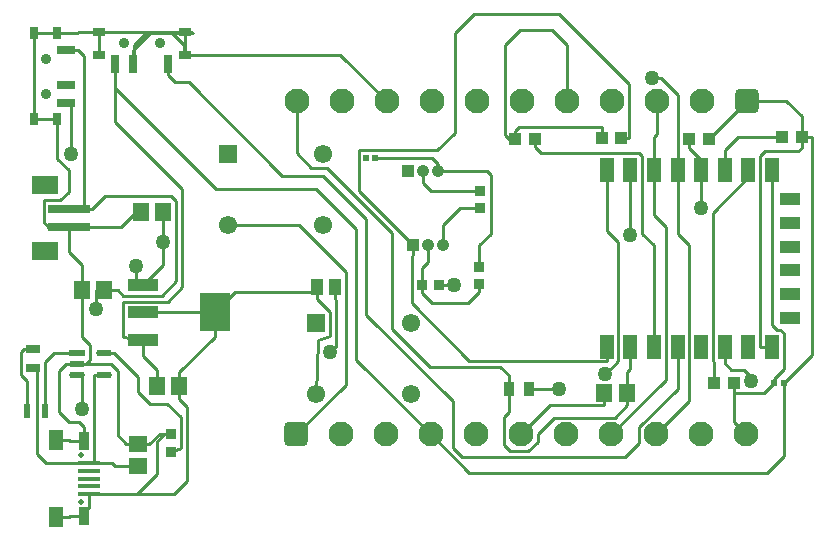
<source format=gbr>
G04*
G04 #@! TF.GenerationSoftware,Altium Limited,Altium Designer,24.1.2 (44)*
G04*
G04 Layer_Physical_Order=1*
G04 Layer_Color=255*
%FSLAX44Y44*%
%MOMM*%
G71*
G04*
G04 #@! TF.SameCoordinates,5DE7BCAC-930E-4ACC-850D-064FDCF0EFED*
G04*
G04*
G04 #@! TF.FilePolarity,Positive*
G04*
G01*
G75*
%ADD13C,0.2540*%
%ADD14R,0.7000X1.5000*%
%ADD15R,1.0000X0.8000*%
%ADD16R,1.5000X0.7000*%
%ADD17R,0.8000X1.0000*%
%ADD18R,3.6000X0.7000*%
%ADD19R,2.3000X1.5000*%
%ADD20R,1.4546X1.5562*%
%ADD21R,2.5000X3.3000*%
%ADD22R,2.5000X1.0000*%
%ADD23R,1.2500X0.8000*%
G04:AMPARAMS|DCode=24|XSize=1.3383mm|YSize=0.578mm|CornerRadius=0.289mm|HoleSize=0mm|Usage=FLASHONLY|Rotation=0.000|XOffset=0mm|YOffset=0mm|HoleType=Round|Shape=RoundedRectangle|*
%AMROUNDEDRECTD24*
21,1,1.3383,0.0000,0,0,0.0*
21,1,0.7603,0.5780,0,0,0.0*
1,1,0.5780,0.3802,0.0000*
1,1,0.5780,-0.3802,0.0000*
1,1,0.5780,-0.3802,0.0000*
1,1,0.5780,0.3802,0.0000*
%
%ADD24ROUNDEDRECTD24*%
%ADD25R,1.3383X0.5780*%
%ADD26R,0.5700X1.2000*%
%ADD27R,1.5562X1.4546*%
%ADD28R,0.9121X0.8587*%
%ADD29R,1.3000X1.6900*%
%ADD30R,0.9000X1.6250*%
%ADD31R,1.8500X0.4000*%
%ADD32R,1.3500X1.5500*%
%ADD33R,0.8065X1.3082*%
%ADD34R,1.0500X1.3500*%
%ADD35R,0.5200X0.5200*%
%ADD36R,1.1350X1.0621*%
%ADD37R,0.9621X0.9350*%
%ADD38R,0.9350X0.9621*%
%ADD39R,1.2000X2.0000*%
%ADD40R,1.7000X1.1000*%
%ADD41R,0.4682X0.4725*%
%ADD55C,0.9000*%
%ADD59R,1.5500X1.5500*%
%ADD60C,1.5500*%
%ADD64C,0.5000*%
%ADD65C,2.1000*%
G04:AMPARAMS|DCode=66|XSize=2.1mm|YSize=2.1mm|CornerRadius=0.525mm|HoleSize=0mm|Usage=FLASHONLY|Rotation=180.000|XOffset=0mm|YOffset=0mm|HoleType=Round|Shape=RoundedRectangle|*
%AMROUNDEDRECTD66*
21,1,2.1000,1.0500,0,0,180.0*
21,1,1.0500,2.1000,0,0,180.0*
1,1,1.0500,-0.5250,0.5250*
1,1,1.0500,0.5250,0.5250*
1,1,1.0500,0.5250,-0.5250*
1,1,1.0500,-0.5250,-0.5250*
%
%ADD66ROUNDEDRECTD66*%
%ADD67R,1.0500X1.0500*%
%ADD68C,1.0500*%
%ADD69C,1.2700*%
D13*
X147485Y424434D02*
Y425616D01*
Y406316D02*
Y424434D01*
X146558Y406316D02*
Y414020D01*
X147485Y424434D02*
X153924D01*
X136144D02*
X147485D01*
X117602D02*
X136144D01*
X114808D02*
X117602D01*
X190012Y205232D02*
X259200D01*
Y209550D01*
Y199524D02*
Y205232D01*
X611938Y119557D02*
Y128270D01*
Y95046D02*
Y119557D01*
X126017Y85237D02*
X130195D01*
X104394Y411226D02*
X117602Y424434D01*
X103485Y410317D02*
X104394Y411226D01*
Y414020D01*
Y402590D02*
Y411226D01*
X103485Y402590D02*
Y410317D01*
X147485Y425616D02*
X152742D01*
X74485D02*
X147485D01*
X103485Y402590D02*
X104394D01*
X63856Y144120D02*
X84480D01*
X107208Y34310D02*
X138430D01*
X523240Y335890D02*
Y381508D01*
X634492Y158496D02*
X644520D01*
X88485Y349411D02*
Y377859D01*
X62230Y275590D02*
Y405246D01*
X71882Y190500D02*
Y207010D01*
X62230Y275590D02*
X68834D01*
X49530D02*
X62230D01*
X59944Y105918D02*
Y134620D01*
X70104Y60310D02*
X85852D01*
X66450D02*
X70104D01*
Y134620D01*
X22352Y67818D02*
Y140590D01*
X128950Y247396D02*
Y272989D01*
Y228170D02*
Y247396D01*
X50546Y322326D02*
Y365327D01*
X105918Y210960D02*
Y227330D01*
X611938Y95046D02*
X622337Y84648D01*
X259200Y199524D02*
X270256Y188468D01*
Y167640D02*
Y188468D01*
X260136Y164377D02*
X270256Y167640D01*
X258450Y118590D02*
X260136Y164377D01*
X172740Y187960D02*
X190012Y205232D01*
X172740Y167406D02*
Y187960D01*
X142608Y137274D02*
X172740Y167406D01*
X142608Y125730D02*
Y137274D01*
X61700Y15185D02*
Y18520D01*
X66450Y23270D01*
Y34310D01*
X117348Y76568D02*
X126017Y85237D01*
X107950Y76568D02*
X117348D01*
X516860Y335890D02*
X523240D01*
X464312Y440436D02*
X523240Y381508D01*
X392430Y440436D02*
X464312D01*
X376174Y424180D02*
X392430Y440436D01*
X376174Y340106D02*
Y424180D01*
X361188Y325120D02*
X376174Y340106D01*
X294386Y325120D02*
X361188D01*
X294386Y291084D02*
Y325120D01*
Y291084D02*
X340360Y245110D01*
X88485Y349411D02*
X145113Y292783D01*
Y209053D02*
Y292783D01*
X132911Y196850D02*
X145113Y209053D01*
X95250Y196850D02*
X132911D01*
X95250Y167500D02*
Y196850D01*
Y167500D02*
X111740Y164960D01*
X355637Y84648D02*
X388214Y52070D01*
X639826D01*
X654240Y66484D01*
Y128270D01*
X524520Y253814D02*
Y308610D01*
X544520Y270058D02*
Y308610D01*
Y270058D02*
X554482Y260096D01*
Y131093D02*
Y260096D01*
X508037Y84648D02*
X554482Y131093D01*
X542544Y386334D02*
X550164D01*
X564520Y371978D01*
Y308610D02*
Y371978D01*
X584520Y276286D02*
X584708Y276098D01*
X584520Y276286D02*
Y308610D01*
X78740Y153620D02*
X87524D01*
X107950Y133195D01*
Y120904D02*
Y133195D01*
Y120904D02*
X118110Y110744D01*
X132588D01*
X144272Y99060D01*
Y73005D02*
Y99060D01*
X135890Y69703D02*
X144272Y73005D01*
X133485Y388620D02*
Y398465D01*
Y388620D02*
X139073Y383032D01*
X150622D01*
X229870Y303784D01*
X264135D01*
X300990Y266929D01*
Y185920D02*
Y266929D01*
Y185920D02*
X374346Y112564D01*
Y73181D02*
Y112564D01*
Y73181D02*
X382270Y65257D01*
X519663D01*
X531826Y77420D01*
Y90780D01*
X564520Y123474D01*
Y158610D01*
X438657Y123190D02*
X463804D01*
X111740Y210960D02*
X128950Y228170D01*
X431837Y84648D02*
X456409Y109220D01*
X502060D01*
Y119380D01*
X521560Y109220D02*
Y119380D01*
X511298Y98958D02*
X521560Y109220D01*
X459892Y98958D02*
X511298D01*
X446147Y85213D02*
X459892Y98958D01*
X446147Y78334D02*
Y85213D01*
X438150Y70337D02*
X446147Y78334D01*
X422910Y70337D02*
X438150D01*
X417322Y75925D02*
X422910Y70337D01*
X417322Y75925D02*
Y99060D01*
X421640Y103378D01*
Y123190D01*
Y134620D01*
X414274Y141986D02*
X421640Y134620D01*
X355084Y141986D02*
X414274D01*
X322834Y174236D02*
X355084Y141986D01*
X322834Y174236D02*
Y255451D01*
X267897Y310388D02*
X322834Y255451D01*
X254198Y310388D02*
X267897D01*
X242006Y322580D02*
X254198Y310388D01*
X242006Y322580D02*
Y367168D01*
X502666Y136144D02*
X503682D01*
X514350Y146812D01*
Y247396D01*
X504520Y257226D02*
X514350Y247396D01*
X504520Y257226D02*
Y308610D01*
X644520Y177678D02*
Y308610D01*
Y177678D02*
X648970Y173228D01*
X651510D01*
X654558Y170180D01*
Y139954D02*
Y170180D01*
X646240Y131636D02*
X654558Y139954D01*
X646240Y128270D02*
Y131636D01*
X421411Y334493D02*
X427111D01*
X418084Y337820D02*
X421411Y334493D01*
X418084Y337820D02*
Y414020D01*
X430784Y426720D01*
X457906D01*
X470606Y414020D01*
Y367168D02*
Y414020D01*
X544520Y158610D02*
Y244658D01*
X534670Y254508D02*
X544520Y244658D01*
X534670Y254508D02*
Y320040D01*
X532130Y322580D02*
X534670Y320040D01*
X448498Y322580D02*
X532130D01*
X443419Y327660D02*
X448498Y322580D01*
X443419Y327660D02*
Y334493D01*
X147485Y406316D02*
X279058D01*
X318206Y367168D01*
X347980Y204724D02*
Y210820D01*
Y204724D02*
X356870Y195834D01*
X387350D01*
X396631Y205115D01*
Y212116D01*
X504520Y147066D02*
Y158610D01*
X387858Y147066D02*
X504520D01*
X339344Y195580D02*
X387858Y147066D01*
X339344Y195580D02*
Y235458D01*
X340360Y236474D01*
Y245110D01*
X105918Y210960D02*
X111740D01*
X47100Y365327D02*
X50546D01*
X274200Y199644D02*
Y209550D01*
Y199644D02*
X275336Y198508D01*
Y159004D02*
Y198508D01*
X270510Y154178D02*
X275336Y159004D01*
X103485Y398465D02*
Y402590D01*
X104394Y414020D02*
X114808Y424434D01*
X152742Y425616D02*
X153924Y424434D01*
X669448Y336588D02*
X677926D01*
Y151956D02*
Y336588D01*
X654240Y128270D02*
X677926Y151956D01*
X46990Y144120D02*
X56416D01*
X41148Y138278D02*
X46990Y144120D01*
X41148Y103378D02*
Y138278D01*
Y103378D02*
X49303Y95223D01*
X57410D01*
X61700Y90932D01*
Y79435D02*
Y90932D01*
X56416Y134620D02*
X59944D01*
X71882Y207010D02*
X79108D01*
X84480Y144120D02*
X90424Y138176D01*
Y83820D02*
Y138176D01*
Y83820D02*
X97676Y76568D01*
X107950D01*
X29860Y60310D02*
X66450D01*
X22352Y67818D02*
X29860Y60310D01*
X19050Y140590D02*
X22352D01*
X138430Y34310D02*
X149352Y45232D01*
Y107950D01*
X142608Y114694D02*
X149352Y107950D01*
X142608Y114694D02*
Y125730D01*
X361950Y307340D02*
X403098D01*
X406146Y304292D01*
Y254625D02*
Y304292D01*
X396631Y245110D02*
X406146Y254625D01*
X396631Y226424D02*
Y245110D01*
X88485Y377859D02*
Y398465D01*
Y377859D02*
X173482Y292862D01*
X258434D01*
X292354Y258942D01*
Y147930D02*
Y258942D01*
Y147930D02*
X355637Y84648D01*
X611938Y119557D02*
X637527D01*
X646240Y128270D01*
X604520Y144780D02*
Y158610D01*
Y144780D02*
X610108Y139192D01*
X621030D01*
X626618Y133604D01*
Y129794D02*
Y133604D01*
X362288Y210820D02*
X374904D01*
X70104Y134620D02*
X78740D01*
X130195Y85237D02*
X135890D01*
X123698Y78740D02*
X130195Y85237D01*
X123698Y50800D02*
Y78740D01*
X107208Y34310D02*
X123698Y50800D01*
X66450Y34310D02*
X107208D01*
X564520Y254762D02*
Y308610D01*
Y254762D02*
X574548Y244734D01*
Y113059D02*
Y244734D01*
X546137Y84648D02*
X574548Y113059D01*
X590764Y335191D02*
X591029D01*
X623006Y367168D01*
X380331Y276191D02*
X397329D01*
X365760Y261620D02*
X380331Y276191D01*
X365760Y245110D02*
Y261620D01*
X669448Y336588D02*
Y354310D01*
X656590Y367168D02*
X669448Y354310D01*
X623006Y367168D02*
X656590D01*
X615950Y336588D02*
X653140D01*
X604520Y325158D02*
X615950Y336588D01*
X604520Y308610D02*
Y325158D01*
X36830Y153620D02*
X56416D01*
X29240Y146030D02*
X36830Y153620D01*
X29240Y104140D02*
Y146030D01*
X105566Y272989D02*
X110434D01*
X93167Y260590D02*
X105566Y272989D01*
X49530Y260590D02*
X93167D01*
X68834Y275590D02*
X79756Y286512D01*
X135890D01*
X140033Y282369D01*
Y214133D02*
Y282369D01*
X128050Y202150D02*
X140033Y214133D01*
X95250Y202150D02*
X128050D01*
X90390Y207010D02*
X95250Y202150D01*
X79108Y207010D02*
X90390D01*
X355931Y290499D02*
X397329D01*
X349250Y297180D02*
X355931Y290499D01*
X349250Y297180D02*
Y307340D01*
X184204Y262342D02*
X243626D01*
X283464Y222504D01*
Y126775D02*
Y222504D01*
X241337Y84648D02*
X283464Y126775D01*
X361950Y307340D02*
Y313690D01*
X356870Y318770D02*
X361950Y313690D01*
X308610Y318770D02*
X356870D01*
X136144Y424434D02*
X146558Y414020D01*
Y406316D02*
X147485D01*
X624520Y302448D02*
Y308610D01*
X594614Y272542D02*
X624520Y302448D01*
X594614Y147066D02*
Y272542D01*
Y147066D02*
X595630Y146050D01*
Y128270D02*
Y146050D01*
X644520Y158496D02*
Y158610D01*
X634492Y158496D02*
Y320548D01*
X638810Y324866D01*
X666750D01*
X669448Y327564D01*
Y336588D01*
X31256Y260590D02*
X49530D01*
X27686Y264160D02*
X31256Y260590D01*
X27686Y264160D02*
Y282956D01*
X41910D01*
X49022Y290068D01*
Y308236D01*
X39250Y318008D02*
X49022Y308236D01*
X39250Y318008D02*
Y351327D01*
X11430Y156590D02*
X19050D01*
X8890Y154050D02*
X11430Y156590D01*
X8890Y135098D02*
Y154050D01*
Y135098D02*
X13940Y130048D01*
Y104140D02*
Y130048D01*
X56416Y144120D02*
X63856D01*
X67056Y147320D01*
Y160528D01*
X60592Y166992D02*
X67056Y160528D01*
X60592Y166992D02*
Y207010D01*
X427111Y334493D02*
Y341513D01*
X430530Y344932D01*
X500552D01*
Y335890D02*
Y344932D01*
X47100Y410326D02*
X57150D01*
X62230Y405246D01*
X111740Y187960D02*
X172740D01*
X49530Y239154D02*
Y260590D01*
Y239154D02*
X60592Y228092D01*
Y207010D02*
Y228092D01*
X50105Y15185D02*
X61700D01*
X49530Y14610D02*
X50105Y15185D01*
X38100Y14610D02*
X49530D01*
X50105Y79435D02*
X61700D01*
X49530Y80010D02*
X50105Y79435D01*
X38100Y80010D02*
X49530D01*
X19950Y351327D02*
X39250D01*
X19950D02*
Y424326D01*
X39250D01*
X57423Y425616D02*
X74485D01*
X56134Y424326D02*
X57423Y425616D01*
X39250Y424326D02*
X56134D01*
X74485Y406316D02*
Y425616D01*
X111740Y151290D02*
Y164960D01*
Y151290D02*
X124092Y138938D01*
Y125730D02*
Y138938D01*
X88110Y58052D02*
X107950D01*
X85852Y60310D02*
X88110Y58052D01*
X546806Y338835D02*
Y367168D01*
X544520Y336550D02*
X546806Y338835D01*
X544520Y308610D02*
Y336550D01*
X524520Y140374D02*
Y158610D01*
X521560Y137414D02*
X524520Y140374D01*
X521560Y119380D02*
Y137414D01*
X574456Y326802D02*
Y335191D01*
Y326802D02*
X584520Y316738D01*
Y308610D02*
Y316738D01*
X353060Y230378D02*
Y245110D01*
X347980Y225298D02*
X353060Y230378D01*
X347980Y210820D02*
Y225298D01*
D14*
X103485Y398465D02*
D03*
X88485D02*
D03*
X133485D02*
D03*
D15*
X147485Y406316D02*
D03*
X74485D02*
D03*
X147485Y425616D02*
D03*
X74485D02*
D03*
D16*
X47100Y380326D02*
D03*
Y365327D02*
D03*
Y410326D02*
D03*
D17*
X39250Y424326D02*
D03*
Y351327D02*
D03*
X19950Y424326D02*
D03*
Y351327D02*
D03*
D18*
X49530Y260590D02*
D03*
Y275590D02*
D03*
D19*
X29030Y240090D02*
D03*
Y296090D02*
D03*
D20*
X60592Y207010D02*
D03*
X79108D02*
D03*
X110434Y272989D02*
D03*
X128950D02*
D03*
X142608Y125730D02*
D03*
X124092D02*
D03*
D21*
X172740Y187960D02*
D03*
D22*
X111740Y164960D02*
D03*
Y187960D02*
D03*
Y210960D02*
D03*
D23*
X19050Y156590D02*
D03*
Y140590D02*
D03*
D24*
X78740Y153620D02*
D03*
Y134620D02*
D03*
X56416D02*
D03*
Y144120D02*
D03*
D25*
Y153620D02*
D03*
D26*
X29240Y104140D02*
D03*
X13940D02*
D03*
D27*
X107950Y76568D02*
D03*
Y58052D02*
D03*
D28*
X135890Y69703D02*
D03*
Y85237D02*
D03*
D29*
X38100Y14610D02*
D03*
Y80010D02*
D03*
D30*
X61700Y15185D02*
D03*
Y79435D02*
D03*
D31*
X66450Y34310D02*
D03*
Y40810D02*
D03*
Y47310D02*
D03*
Y53810D02*
D03*
Y60310D02*
D03*
D32*
X521560Y119380D02*
D03*
X502060D02*
D03*
D33*
X421640Y123190D02*
D03*
X438657D02*
D03*
D34*
X259200Y209550D02*
D03*
X274200D02*
D03*
D35*
X654240Y128270D02*
D03*
X646240D02*
D03*
D36*
X500552Y335890D02*
D03*
X516860D02*
D03*
X611938Y128270D02*
D03*
X595630D02*
D03*
X590764Y335191D02*
D03*
X574456D02*
D03*
X669448Y336588D02*
D03*
X653140D02*
D03*
X443419Y334493D02*
D03*
X427111D02*
D03*
D37*
X397329Y276191D02*
D03*
Y290499D02*
D03*
X396631Y212116D02*
D03*
Y226424D02*
D03*
D38*
X347980Y210820D02*
D03*
X362288D02*
D03*
D39*
X504520Y158610D02*
D03*
X524520D02*
D03*
X544520D02*
D03*
X564520D02*
D03*
X584520D02*
D03*
X604520D02*
D03*
X624520D02*
D03*
X644520D02*
D03*
Y308610D02*
D03*
X624520D02*
D03*
X604520D02*
D03*
X584520D02*
D03*
X564520D02*
D03*
X544520D02*
D03*
X524520D02*
D03*
X504520D02*
D03*
D40*
X659520Y183610D02*
D03*
Y203610D02*
D03*
Y223610D02*
D03*
Y243610D02*
D03*
Y263610D02*
D03*
Y283610D02*
D03*
D41*
X308610Y318770D02*
D03*
X300567D02*
D03*
D55*
X125985Y415966D02*
D03*
X95985D02*
D03*
X29600Y402827D02*
D03*
Y372826D02*
D03*
D59*
X258450Y178590D02*
D03*
X184204Y322342D02*
D03*
D60*
X338450Y178590D02*
D03*
X258450Y118590D02*
D03*
X338450D02*
D03*
X264204Y262342D02*
D03*
X184204D02*
D03*
X264204Y322342D02*
D03*
D64*
X59600Y27310D02*
D03*
Y67310D02*
D03*
D65*
X242006Y367168D02*
D03*
X280106D02*
D03*
X356306D02*
D03*
X432506D02*
D03*
X508706D02*
D03*
X546806D02*
D03*
X584906D02*
D03*
X470606D02*
D03*
X394406D02*
D03*
X318206D02*
D03*
X622337Y84648D02*
D03*
X584237D02*
D03*
X508037D02*
D03*
X431837D02*
D03*
X355637D02*
D03*
X317537D02*
D03*
X279437D02*
D03*
X393737D02*
D03*
X469937D02*
D03*
X546137D02*
D03*
D66*
X623006Y367168D02*
D03*
X241337Y84648D02*
D03*
D67*
X336550Y307340D02*
D03*
X340360Y245110D02*
D03*
D68*
X349250Y307340D02*
D03*
X361950D02*
D03*
X353060Y245110D02*
D03*
X365760D02*
D03*
D69*
X524520Y253814D02*
D03*
X542544Y386334D02*
D03*
X584708Y276098D02*
D03*
X128950Y247396D02*
D03*
X463804Y123190D02*
D03*
X502666Y136144D02*
D03*
X105918Y227330D02*
D03*
X50546Y322326D02*
D03*
X270510Y154178D02*
D03*
X59944Y105918D02*
D03*
X71882Y190500D02*
D03*
X626618Y129794D02*
D03*
X374904Y210820D02*
D03*
M02*

</source>
